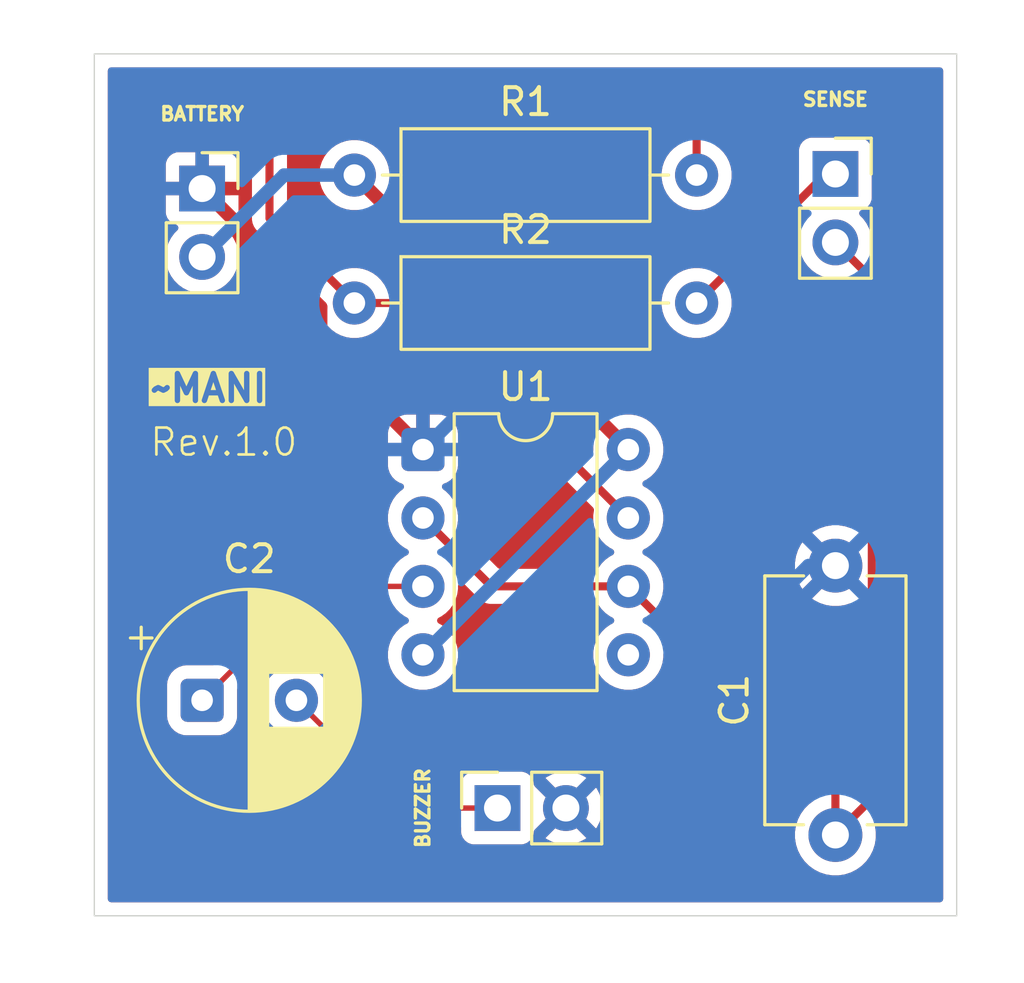
<source format=kicad_pcb>
(kicad_pcb (version 20241229) (generator "pcbnew") (generator_version "9.0")
  (layers (0 "F.Cu" signal) (2 "B.Cu" signal) (13 "F.Paste" user) (15 "B.Paste" user) (5 "F.SilkS" user "F.Silkscreen") (7 "B.SilkS" user "B.Silkscreen") (1 "F.Mask" user) (3 "B.Mask" user) (25 "Edge.Cuts" user))
  (net 0 "")
  (net 1 "GND")
  (net 2 "/TR")
  (net 3 "Net-(C2-Pad2)")
  (net 4 "/OUT")
  (net 5 "/DIS")
  (net 6 "VCC")
  (net 7 "Net-(R2-Pad2)")
  (footprint "Capacitor_THT:CP_Radial_D8.0mm_P3.50mm" (layer "F.Cu") (at 82.5 102.5)
    (property "Reference" "C2" (at 1.75 -5.25 0) (layer "F.SilkS"))
    (property "Value" "100uF")
    (fp_line (start -2.659698 -2.315) (end -1.859698 -2.315) (stroke (width 0.12)) (layer "F.SilkS"))
    (fp_line (start -2.259698 -2.715) (end -2.259698 -1.915) (stroke (width 0.12)) (layer "F.SilkS"))
    (fp_line (start 1.75 -4.08) (end 1.75 4.08) (stroke (width 0.12)) (layer "F.SilkS"))
    (fp_line (start 1.79 -4.08) (end 1.79 4.08) (stroke (width 0.12)) (layer "F.SilkS"))
    (fp_line (start 1.83 -4.079) (end 1.83 4.079) (stroke (width 0.12)) (layer "F.SilkS"))
    (fp_line (start 1.87 -4.078) (end 1.87 4.078) (stroke (width 0.12)) (layer "F.SilkS"))
    (fp_line (start 1.91 -4.077) (end 1.91 4.077) (stroke (width 0.12)) (layer "F.SilkS"))
    (fp_line (start 1.95 -4.075) (end 1.95 4.075) (stroke (width 0.12)) (layer "F.SilkS"))
    (fp_line (start 1.99 -4.073) (end 1.99 4.073) (stroke (width 0.12)) (layer "F.SilkS"))
    (fp_line (start 2.03 -4.07) (end 2.03 4.07) (stroke (width 0.12)) (layer "F.SilkS"))
    (fp_line (start 2.07 -4.068) (end 2.07 4.068) (stroke (width 0.12)) (layer "F.SilkS"))
    (fp_line (start 2.11 -4.064) (end 2.11 4.064) (stroke (width 0.12)) (layer "F.SilkS"))
    (fp_line (start 2.15 -4.061) (end 2.15 4.061) (stroke (width 0.12)) (layer "F.SilkS"))
    (fp_line (start 2.19 -4.056) (end 2.19 4.056) (stroke (width 0.12)) (layer "F.SilkS"))
    (fp_line (start 2.23 -4.052) (end 2.23 4.052) (stroke (width 0.12)) (layer "F.SilkS"))
    (fp_line (start 2.27 -4.047) (end 2.27 4.047) (stroke (width 0.12)) (layer "F.SilkS"))
    (fp_line (start 2.31 -4.042) (end 2.31 4.042) (stroke (width 0.12)) (layer "F.SilkS"))
    (fp_line (start 2.35 -4.036) (end 2.35 4.036) (stroke (width 0.12)) (layer "F.SilkS"))
    (fp_line (start 2.39 -4.03) (end 2.39 4.03) (stroke (width 0.12)) (layer "F.SilkS"))
    (fp_line (start 2.43 -4.023) (end 2.43 4.023) (stroke (width 0.12)) (layer "F.SilkS"))
    (fp_line (start 2.47 -4.017) (end 2.47 -1.04) (stroke (width 0.12)) (layer "F.SilkS"))
    (fp_line (start 2.47 1.04) (end 2.47 4.017) (stroke (width 0.12)) (layer "F.SilkS"))
    (fp_line (start 2.51 -4.009) (end 2.51 -1.04) (stroke (width 0.12)) (layer "F.SilkS"))
    (fp_line (start 2.51 1.04) (end 2.51 4.009) (stroke (width 0.12)) (layer "F.SilkS"))
    (fp_line (start 2.55 -4.002) (end 2.55 -1.04) (stroke (width 0.12)) (layer "F.SilkS"))
    (fp_line (start 2.55 1.04) (end 2.55 4.002) (stroke (width 0.12)) (layer "F.SilkS"))
    (fp_line (start 2.59 -3.993) (end 2.59 -1.04) (stroke (width 0.12)) (layer "F.SilkS"))
    (fp_line (start 2.59 1.04) (end 2.59 3.993) (stroke (width 0.12)) (layer "F.SilkS"))
    (fp_line (start 2.63 -3.985) (end 2.63 -1.04) (stroke (width 0.12)) (layer "F.SilkS"))
    (fp_line (start 2.63 1.04) (end 2.63 3.985) (stroke (width 0.12)) (layer "F.SilkS"))
    (fp_line (start 2.67 -3.976) (end 2.67 -1.04) (stroke (width 0.12)) (layer "F.SilkS"))
    (fp_line (start 2.67 1.04) (end 2.67 3.976) (stroke (width 0.12)) (layer "F.SilkS"))
    (fp_line (start 2.71 -3.967) (end 2.71 -1.04) (stroke (width 0.12)) (layer "F.SilkS"))
    (fp_line (start 2.71 1.04) (end 2.71 3.967) (stroke (width 0.12)) (layer "F.SilkS"))
    (fp_line (start 2.75 -3.957) (end 2.75 -1.04) (stroke (width 0.12)) (layer "F.SilkS"))
    (fp_line (start 2.75 1.04) (end 2.75 3.957) (stroke (width 0.12)) (layer "F.SilkS"))
    (fp_line (start 2.79 -3.947) (end 2.79 -1.04) (stroke (width 0.12)) (layer "F.SilkS"))
    (fp_line (start 2.79 1.04) (end 2.79 3.947) (stroke (width 0.12)) (layer "F.SilkS"))
    (fp_line (start 2.83 -3.936) (end 2.83 -1.04) (stroke (width 0.12)) (layer "F.SilkS"))
    (fp_line (start 2.83 1.04) (end 2.83 3.936) (stroke (width 0.12)) (layer "F.SilkS"))
    (fp_line (start 2.87 -3.925) (end 2.87 -1.04) (stroke (width 0.12)) (layer "F.SilkS"))
    (fp_line (start 2.87 1.04) (end 2.87 3.925) (stroke (width 0.12)) (layer "F.SilkS"))
    (fp_line (start 2.91 -3.913) (end 2.91 -1.04) (stroke (width 0.12)) (layer "F.SilkS"))
    (fp_line (start 2.91 1.04) (end 2.91 3.913) (stroke (width 0.12)) (layer "F.SilkS"))
    (fp_line (start 2.95 -3.901) (end 2.95 -1.04) (stroke (width 0.12)) (layer "F.SilkS"))
    (fp_line (start 2.95 1.04) (end 2.95 3.901) (stroke (width 0.12)) (layer "F.SilkS"))
    (fp_line (start 2.99 -3.889) (end 2.99 -1.04) (stroke (width 0.12)) (layer "F.SilkS"))
    (fp_line (start 2.99 1.04) (end 2.99 3.889) (stroke (width 0.12)) (layer "F.SilkS"))
    (fp_line (start 3.03 -3.876) (end 3.03 -1.04) (stroke (width 0.12)) (layer "F.SilkS"))
    (fp_line (start 3.03 1.04) (end 3.03 3.876) (stroke (width 0.12)) (layer "F.SilkS"))
    (fp_line (start 3.07 -3.863) (end 3.07 -1.04) (stroke (width 0.12)) (layer "F.SilkS"))
    (fp_line (start 3.07 1.04) (end 3.07 3.863) (stroke (width 0.12)) (layer "F.SilkS"))
    (fp_line (start 3.11 -3.849) (end 3.11 -1.04) (stroke (width 0.12)) (layer "F.SilkS"))
    (fp_line (start 3.11 1.04) (end 3.11 3.849) (stroke (width 0.12)) (layer "F.SilkS"))
    (fp_line (start 3.15 -3.835) (end 3.15 -1.04) (stroke (width 0.12)) (layer "F.SilkS"))
    (fp_line (start 3.15 1.04) (end 3.15 3.835) (stroke (width 0.12)) (layer "F.SilkS"))
    (fp_line (start 3.19 -3.82) (end 3.19 -1.04) (stroke (width 0.12)) (layer "F.SilkS"))
    (fp_line (start 3.19 1.04) (end 3.19 3.82) (stroke (width 0.12)) (layer "F.SilkS"))
    (fp_line (start 3.23 -3.805) (end 3.23 -1.04) (stroke (width 0.12)) (layer "F.SilkS"))
    (fp_line (start 3.23 1.04) (end 3.23 3.805) (stroke (width 0.12)) (layer "F.SilkS"))
    (fp_line (start 3.27 -3.789) (end 3.27 -1.04) (stroke (width 0.12)) (layer "F.SilkS"))
    (fp_line (start 3.27 1.04) (end 3.27 3.789) (stroke (width 0.12)) (layer "F.SilkS"))
    (fp_line (start 3.31 -3.773) (end 3.31 -1.04) (stroke (width 0.12)) (layer "F.SilkS"))
    (fp_line (start 3.31 1.04) (end 3.31 3.773) (stroke (width 0.12)) (layer "F.SilkS"))
    (fp_line (start 3.35 -3.757) (end 3.35 -1.04) (stroke (width 0.12)) (layer "F.SilkS"))
    (fp_line (start 3.35 1.04) (end 3.35 3.757) (stroke (width 0.12)) (layer "F.SilkS"))
    (fp_line (start 3.39 -3.74) (end 3.39 -1.04) (stroke (width 0.12)) (layer "F.SilkS"))
    (fp_line (start 3.39 1.04) (end 3.39 3.74) (stroke (width 0.12)) (layer "F.SilkS"))
    (fp_line (start 3.43 -3.722) (end 3.43 -1.04) (stroke (width 0.12)) (layer "F.SilkS"))
    (fp_line (start 3.43 1.04) (end 3.43 3.722) (stroke (width 0.12)) (layer "F.SilkS"))
    (fp_line (start 3.47 -3.704) (end 3.47 -1.04) (stroke (width 0.12)) (layer "F.SilkS"))
    (fp_line (start 3.47 1.04) (end 3.47 3.704) (stroke (width 0.12)) (layer "F.SilkS"))
    (fp_line (start 3.51 -3.685) (end 3.51 -1.04) (stroke (width 0.12)) (layer "F.SilkS"))
    (fp_line (start 3.51 1.04) (end 3.51 3.685) (stroke (width 0.12)) (layer "F.SilkS"))
    (fp_line (start 3.55 -3.666) (end 3.55 -1.04) (stroke (width 0.12)) (layer "F.SilkS"))
    (fp_line (start 3.55 1.04) (end 3.55 3.666) (stroke (width 0.12)) (layer "F.SilkS"))
    (fp_line (start 3.59 -3.646) (end 3.59 -1.04) (stroke (width 0.12)) (layer "F.SilkS"))
    (fp_line (start 3.59 1.04) (end 3.59 3.646) (stroke (width 0.12)) (layer "F.SilkS"))
    (fp_line (start 3.63 -3.626) (end 3.63 -1.04) (stroke (width 0.12)) (layer "F.SilkS"))
    (fp_line (start 3.63 1.04) (end 3.63 3.626) (stroke (width 0.12)) (layer "F.SilkS"))
    (fp_line (start 3.67 -3.605) (end 3.67 -1.04) (stroke (width 0.12)) (layer "F.SilkS"))
    (fp_line (start 3.67 1.04) (end 3.67 3.605) (stroke (width 0.12)) (layer "F.SilkS"))
    (fp_line (start 3.71 -3.584) (end 3.71 -1.04) (stroke (width 0.12)) (layer "F.SilkS"))
    (fp_line (start 3.71 1.04) (end 3.71 3.584) (stroke (width 0.12)) (layer "F.SilkS"))
    (fp_line (start 3.75 -3.562) (end 3.75 -1.04) (stroke (width 0.12)) (layer "F.SilkS"))
    (fp_line (start 3.75 1.04) (end 3.75 3.562) (stroke (width 0.12)) (layer "F.SilkS"))
    (fp_line (start 3.79 -3.539) (end 3.79 -1.04) (stroke (width 0.12)) (layer "F.SilkS"))
    (fp_line (start 3.79 1.04) (end 3.79 3.539) (stroke (width 0.12)) (layer "F.SilkS"))
    (fp_line (start 3.83 -3.516) (end 3.83 -1.04) (stroke (width 0.12)) (layer "F.SilkS"))
    (fp_line (start 3.83 1.04) (end 3.83 3.516) (stroke (width 0.12)) (layer "F.SilkS"))
    (fp_line (start 3.87 -3.493) (end 3.87 -1.04) (stroke (width 0.12)) (layer "F.SilkS"))
    (fp_line (start 3.87 1.04) (end 3.87 3.493) (stroke (width 0.12)) (layer "F.SilkS"))
    (fp_line (start 3.91 -3.468) (end 3.91 -1.04) (stroke (width 0.12)) (layer "F.SilkS"))
    (fp_line (start 3.91 1.04) (end 3.91 3.468) (stroke (width 0.12)) (layer "F.SilkS"))
    (fp_line (start 3.95 -3.443) (end 3.95 -1.04) (stroke (width 0.12)) (layer "F.SilkS"))
    (fp_line (start 3.95 1.04) (end 3.95 3.443) (stroke (width 0.12)) (layer "F.SilkS"))
    (fp_line (start 3.99 -3.418) (end 3.99 -1.04) (stroke (width 0.12)) (layer "F.SilkS"))
    (fp_line (start 3.99 1.04) (end 3.99 3.418) (stroke (width 0.12)) (layer "F.SilkS"))
    (fp_line (start 4.03 -3.392) (end 4.03 -1.04) (stroke (width 0.12)) (layer "F.SilkS"))
    (fp_line (start 4.03 1.04) (end 4.03 3.392) (stroke (width 0.12)) (layer "F.SilkS"))
    (fp_line (start 4.07 -3.365) (end 4.07 -1.04) (stroke (width 0.12)) (layer "F.SilkS"))
    (fp_line (start 4.07 1.04) (end 4.07 3.365) (stroke (width 0.12)) (layer "F.SilkS"))
    (fp_line (start 4.11 -3.337) (end 4.11 -1.04) (stroke (width 0.12)) (layer "F.SilkS"))
    (fp_line (start 4.11 1.04) (end 4.11 3.337) (stroke (width 0.12)) (layer "F.SilkS"))
    (fp_line (start 4.15 -3.309) (end 4.15 -1.04) (stroke (width 0.12)) (layer "F.SilkS"))
    (fp_line (start 4.15 1.04) (end 4.15 3.309) (stroke (width 0.12)) (layer "F.SilkS"))
    (fp_line (start 4.19 -3.28) (end 4.19 -1.04) (stroke (width 0.12)) (layer "F.SilkS"))
    (fp_line (start 4.19 1.04) (end 4.19 3.28) (stroke (width 0.12)) (layer "F.SilkS"))
    (fp_line (start 4.23 -3.25) (end 4.23 -1.04) (stroke (width 0.12)) (layer "F.SilkS"))
    (fp_line (start 4.23 1.04) (end 4.23 3.25) (stroke (width 0.12)) (layer "F.SilkS"))
    (fp_line (start 4.27 -3.219) (end 4.27 -1.04) (stroke (width 0.12)) (layer "F.SilkS"))
    (fp_line (start 4.27 1.04) (end 4.27 3.219) (stroke (width 0.12)) (layer "F.SilkS"))
    (fp_line (start 4.31 -3.188) (end 4.31 -1.04) (stroke (width 0.12)) (layer "F.SilkS"))
    (fp_line (start 4.31 1.04) (end 4.31 3.188) (stroke (width 0.12)) (layer "F.SilkS"))
    (fp_line (start 4.35 -3.156) (end 4.35 -1.04) (stroke (width 0.12)) (layer "F.SilkS"))
    (fp_line (start 4.35 1.04) (end 4.35 3.156) (stroke (width 0.12)) (layer "F.SilkS"))
    (fp_line (start 4.39 -3.123) (end 4.39 -1.04) (stroke (width 0.12)) (layer "F.SilkS"))
    (fp_line (start 4.39 1.04) (end 4.39 3.123) (stroke (width 0.12)) (layer "F.SilkS"))
    (fp_line (start 4.43 -3.089) (end 4.43 -1.04) (stroke (width 0.12)) (layer "F.SilkS"))
    (fp_line (start 4.43 1.04) (end 4.43 3.089) (stroke (width 0.12)) (layer "F.SilkS"))
    (fp_line (start 4.47 -3.055) (end 4.47 -1.04) (stroke (width 0.12)) (layer "F.SilkS"))
    (fp_line (start 4.47 1.04) (end 4.47 3.055) (stroke (width 0.12)) (layer "F.SilkS"))
    (fp_line (start 4.51 -3.019) (end 4.51 -1.04) (stroke (width 0.12)) (layer "F.SilkS"))
    (fp_line (start 4.51 1.04) (end 4.51 3.019) (stroke (width 0.12)) (layer "F.SilkS"))
    (fp_line (start 4.55 -2.982) (end 4.55 2.982) (stroke (width 0.12)) (layer "F.SilkS"))
    (fp_line (start 4.59 -2.945) (end 4.59 2.945) (stroke (width 0.12)) (layer "F.SilkS"))
    (fp_line (start 4.63 -2.906) (end 4.63 2.906) (stroke (width 0.12)) (layer "F.SilkS"))
    (fp_line (start 4.67 -2.867) (end 4.67 2.867) (stroke (width 0.12)) (layer "F.SilkS"))
    (fp_line (start 4.71 -2.826) (end 4.71 2.826) (stroke (width 0.12)) (layer "F.SilkS"))
    (fp_line (start 4.75 -2.784) (end 4.75 2.784) (stroke (width 0.12)) (layer "F.SilkS"))
    (fp_line (start 4.79 -2.741) (end 4.79 2.741) (stroke (width 0.12)) (layer "F.SilkS"))
    (fp_line (start 4.83 -2.696) (end 4.83 2.696) (stroke (width 0.12)) (layer "F.SilkS"))
    (fp_line (start 4.87 -2.651) (end 4.87 2.651) (stroke (width 0.12)) (layer "F.SilkS"))
    (fp_line (start 4.91 -2.604) (end 4.91 2.604) (stroke (width 0.12)) (layer "F.SilkS"))
    (fp_line (start 4.95 -2.555) (end 4.95 2.555) (stroke (width 0.12)) (layer "F.SilkS"))
    (fp_line (start 4.99 -2.505) (end 4.99 2.505) (stroke (width 0.12)) (layer "F.SilkS"))
    (fp_line (start 5.03 -2.453) (end 5.03 2.453) (stroke (width 0.12)) (layer "F.SilkS"))
    (fp_line (start 5.07 -2.4) (end 5.07 2.4) (stroke (width 0.12)) (layer "F.SilkS"))
    (fp_line (start 5.11 -2.344) (end 5.11 2.344) (stroke (width 0.12)) (layer "F.SilkS"))
    (fp_line (start 5.15 -2.287) (end 5.15 2.287) (stroke (width 0.12)) (layer "F.SilkS"))
    (fp_line (start 5.19 -2.227) (end 5.19 2.227) (stroke (width 0.12)) (layer "F.SilkS"))
    (fp_line (start 5.23 -2.165) (end 5.23 2.165) (stroke (width 0.12)) (layer "F.SilkS"))
    (fp_line (start 5.27 -2.101) (end 5.27 2.101) (stroke (width 0.12)) (layer "F.SilkS"))
    (fp_line (start 5.31 -2.034) (end 5.31 2.034) (stroke (width 0.12)) (layer "F.SilkS"))
    (fp_line (start 5.35 -1.964) (end 5.35 1.964) (stroke (width 0.12)) (layer "F.SilkS"))
    (fp_line (start 5.39 -1.89) (end 5.39 1.89) (stroke (width 0.12)) (layer "F.SilkS"))
    (fp_line (start 5.43 -1.813) (end 5.43 1.813) (stroke (width 0.12)) (layer "F.SilkS"))
    (fp_line (start 5.47 -1.731) (end 5.47 1.731) (stroke (width 0.12)) (layer "F.SilkS"))
    (fp_line (start 5.51 -1.644) (end 5.51 1.644) (stroke (width 0.12)) (layer "F.SilkS"))
    (fp_line (start 5.55 -1.552) (end 5.55 1.552) (stroke (width 0.12)) (layer "F.SilkS"))
    (fp_line (start 5.59 -1.453) (end 5.59 1.453) (stroke (width 0.12)) (layer "F.SilkS"))
    (fp_line (start 5.63 -1.346) (end 5.63 1.346) (stroke (width 0.12)) (layer "F.SilkS"))
    (fp_line (start 5.67 -1.228) (end 5.67 1.228) (stroke (width 0.12)) (layer "F.SilkS"))
    (fp_line (start 5.71 -1.097) (end 5.71 1.097) (stroke (width 0.12)) (layer "F.SilkS"))
    (fp_line (start 5.75 -0.947) (end 5.75 0.947) (stroke (width 0.12)) (layer "F.SilkS"))
    (fp_line (start 5.79 -0.768) (end 5.79 0.768) (stroke (width 0.12)) (layer "F.SilkS"))
    (fp_line (start 5.83 -0.533) (end 5.83 0.533) (stroke (width 0.12)) (layer "F.SilkS"))
    (fp_circle (center 1.75 0) (end 5.87 0) (stroke (width 0.12)) (fill no) (layer "F.SilkS"))
    (pad "1" thru_hole roundrect (at 0 0) (size 1.6 1.6) (drill 0.8) (layers "*.Cu" "*.Mask") (roundrect_rratio 0.15625) (net 4 "/OUT"))
    (pad "2" thru_hole circle (at 3.5 0) (size 1.6 1.6) (drill 0.8) (layers "*.Cu" "*.Mask") (net 3 "Net-(C2-Pad2)"))
  )
  (footprint "Connector_PinSocket_2.54mm:PinSocket_1x02_P2.54mm_Vertical" (layer "F.Cu") (at 106 82.96)
    (property "Reference" "SENSE" (at 0 -2.77 0) (layer "F.SilkS") (effects (font (size 0.5 0.5) (thickness 0.125))))
    (property "Value" "hoomans")
    (fp_line (start -1.33 1.27) (end -1.33 3.87) (stroke (width 0.12)) (layer "F.SilkS"))
    (fp_line (start -1.33 1.27) (end 1.33 1.27) (stroke (width 0.12)) (layer "F.SilkS"))
    (fp_line (start -1.33 3.87) (end 1.33 3.87) (stroke (width 0.12)) (layer "F.SilkS"))
    (fp_line (start 0 -1.33) (end 1.33 -1.33) (stroke (width 0.12)) (layer "F.SilkS"))
    (fp_line (start 1.33 -1.33) (end 1.33 0) (stroke (width 0.12)) (layer "F.SilkS"))
    (fp_line (start 1.33 1.27) (end 1.33 3.87) (stroke (width 0.12)) (layer "F.SilkS"))
    (pad "1" thru_hole rect (at 0 0) (size 1.7 1.7) (drill 1) (layers "*.Cu" "*.Mask") (net 7 "Net-(R2-Pad2)"))
    (pad "2" thru_hole circle (at 0 2.54) (size 1.7 1.7) (drill 1) (layers "*.Cu" "*.Mask") (net 2 "/TR"))
  )
  (footprint "Connector_PinSocket_2.54mm:PinSocket_1x02_P2.54mm_Vertical" (layer "F.Cu") (at 93.46 106.5 90)
    (property "Reference" "BUZZER" (at 0 -2.77 90) (layer "F.SilkS") (effects (font (size 0.5 0.5) (thickness 0.125))))
    (property "Value" "Buzzer")
    (fp_line (start 1.33 -1.33) (end 1.33 0) (stroke (width 0.12)) (layer "F.SilkS"))
    (fp_line (start 0 -1.33) (end 1.33 -1.33) (stroke (width 0.12)) (layer "F.SilkS"))
    (fp_line (start 1.33 1.27) (end 1.33 3.87) (stroke (width 0.12)) (layer "F.SilkS"))
    (fp_line (start -1.33 1.27) (end 1.33 1.27) (stroke (width 0.12)) (layer "F.SilkS"))
    (fp_line (start -1.33 1.27) (end -1.33 3.87) (stroke (width 0.12)) (layer "F.SilkS"))
    (fp_line (start -1.33 3.87) (end 1.33 3.87) (stroke (width 0.12)) (layer "F.SilkS"))
    (pad "1" thru_hole rect (at 0 0 90) (size 1.7 1.7) (drill 1) (layers "*.Cu" "*.Mask") (net 3 "Net-(C2-Pad2)"))
    (pad "2" thru_hole circle (at 0 2.54 90) (size 1.7 1.7) (drill 1) (layers "*.Cu" "*.Mask") (net 1 "GND"))
  )
  (footprint "Resistor_THT:R_Axial_DIN0309_L9.0mm_D3.2mm_P12.70mm_Horizontal" (layer "F.Cu") (at 88.15 87.75)
    (property "Reference" "R2" (at 6.35 -2.72 0) (layer "F.SilkS"))
    (property "Value" "10K")
    (fp_line (start 1.04 0) (end 1.73 0) (stroke (width 0.12)) (layer "F.SilkS"))
    (fp_line (start 11.66 0) (end 10.97 0) (stroke (width 0.12)) (layer "F.SilkS"))
    (fp_rect (start 1.73 -1.72) (end 10.97 1.72) (stroke (width 0.12)) (fill no) (layer "F.SilkS"))
    (pad "1" thru_hole circle (at 0 0) (size 1.6 1.6) (drill 0.8) (layers "*.Cu" "*.Mask") (net 5 "/DIS"))
    (pad "2" thru_hole circle (at 12.7 0) (size 1.6 1.6) (drill 0.8) (layers "*.Cu" "*.Mask") (net 7 "Net-(R2-Pad2)"))
  )
  (footprint "Capacitor_THT:C_Disc_D9.0mm_W5.0mm_P10.00mm" (layer "F.Cu") (at 106 107.5 90)
    (property "Reference" "C1" (at 5 -3.75 90) (layer "F.SilkS"))
    (property "Value" "1nF")
    (fp_line (start 9.62 -2.62) (end 9.62 -1.18) (stroke (width 0.12)) (layer "F.SilkS"))
    (fp_line (start 0.38 -2.62) (end 9.62 -2.62) (stroke (width 0.12)) (layer "F.SilkS"))
    (fp_line (start 0.38 -1.18) (end 0.38 -2.62) (stroke (width 0.12)) (layer "F.SilkS"))
    (fp_line (start 9.62 1.18) (end 9.62 2.62) (stroke (width 0.12)) (layer "F.SilkS"))
    (fp_line (start 9.62 2.62) (end 0.38 2.62) (stroke (width 0.12)) (layer "F.SilkS"))
    (fp_line (start 0.38 2.62) (end 0.38 1.18) (stroke (width 0.12)) (layer "F.SilkS"))
    (pad "1" thru_hole circle (at 0 0 90) (size 2 2) (drill 1) (layers "*.Cu" "*.Mask") (net 2 "/TR"))
    (pad "2" thru_hole circle (at 10 0 90) (size 2 2) (drill 1) (layers "*.Cu" "*.Mask") (net 1 "GND"))
  )
  (footprint "Connector_PinSocket_2.54mm:PinSocket_1x02_P2.54mm_Vertical" (layer "F.Cu") (at 82.5 83.5)
    (property "Reference" "BATTERY" (at 0 -2.77 0) (layer "F.SilkS") (effects (font (size 0.5 0.5) (thickness 0.125))))
    (property "Value" "Battery")
    (fp_line (start -1.33 1.27) (end -1.33 3.87) (stroke (width 0.12)) (layer "F.SilkS"))
    (fp_line (start -1.33 1.27) (end 1.33 1.27) (stroke (width 0.12)) (layer "F.SilkS"))
    (fp_line (start -1.33 3.87) (end 1.33 3.87) (stroke (width 0.12)) (layer "F.SilkS"))
    (fp_line (start 0 -1.33) (end 1.33 -1.33) (stroke (width 0.12)) (layer "F.SilkS"))
    (fp_line (start 1.33 -1.33) (end 1.33 0) (stroke (width 0.12)) (layer "F.SilkS"))
    (fp_line (start 1.33 1.27) (end 1.33 3.87) (stroke (width 0.12)) (layer "F.SilkS"))
    (pad "1" thru_hole rect (at 0 0) (size 1.7 1.7) (drill 1) (layers "*.Cu" "*.Mask") (net 1 "GND"))
    (pad "2" thru_hole circle (at 0 2.54) (size 1.7 1.7) (drill 1) (layers "*.Cu" "*.Mask") (net 6 "VCC"))
  )
  (footprint "Package_DIP:DIP-8_W7.62mm" (layer "F.Cu") (at 90.695 93.19)
    (property "Reference" "U1" (at 3.81 -2.33 0) (layer "F.SilkS"))
    (property "Value" "NE555P")
    (fp_line (start 1.16 -1.33) (end 1.16 8.95) (stroke (width 0.12)) (layer "F.SilkS"))
    (fp_line (start 1.16 8.95) (end 6.46 8.95) (stroke (width 0.12)) (layer "F.SilkS"))
    (fp_line (start 2.81 -1.33) (end 1.16 -1.33) (stroke (width 0.12)) (layer "F.SilkS"))
    (fp_line (start 6.46 -1.33) (end 4.81 -1.33) (stroke (width 0.12)) (layer "F.SilkS"))
    (fp_line (start 6.46 8.95) (end 6.46 -1.33) (stroke (width 0.12)) (layer "F.SilkS"))
    (fp_arc (start 4.81 -1.33) (mid 3.81 -0.33) (end 2.81 -1.33) (stroke (width 0.12)) (layer "F.SilkS"))
    (pad "1" thru_hole roundrect (at 0 0) (size 1.6 1.6) (drill 0.8) (layers "*.Cu" "*.Mask") (roundrect_rratio 0.15625) (net 1 "GND"))
    (pad "2" thru_hole circle (at 0 2.54) (size 1.6 1.6) (drill 0.8) (layers "*.Cu" "*.Mask") (net 2 "/TR"))
    (pad "3" thru_hole circle (at 0 5.08) (size 1.6 1.6) (drill 0.8) (layers "*.Cu" "*.Mask") (net 4 "/OUT"))
    (pad "4" thru_hole circle (at 0 7.62) (size 1.6 1.6) (drill 0.8) (layers "*.Cu" "*.Mask") (net 6 "VCC"))
    (pad "5" thru_hole circle (at 7.62 7.62) (size 1.6 1.6) (drill 0.8) (layers "*.Cu" "*.Mask"))
    (pad "6" thru_hole circle (at 7.62 5.08) (size 1.6 1.6) (drill 0.8) (layers "*.Cu" "*.Mask") (net 2 "/TR"))
    (pad "7" thru_hole circle (at 7.62 2.54) (size 1.6 1.6) (drill 0.8) (layers "*.Cu" "*.Mask") (net 5 "/DIS"))
    (pad "8" thru_hole circle (at 7.62 0) (size 1.6 1.6) (drill 0.8) (layers "*.Cu" "*.Mask") (net 6 "VCC"))
  )
  (footprint "Resistor_THT:R_Axial_DIN0309_L9.0mm_D3.2mm_P12.70mm_Horizontal" (layer "F.Cu") (at 88.15 83)
    (property "Reference" "R1" (at 6.35 -2.72 0) (layer "F.SilkS"))
    (property "Value" "1K")
    (fp_line (start 1.04 0) (end 1.73 0) (stroke (width 0.12)) (layer "F.SilkS"))
    (fp_line (start 11.66 0) (end 10.97 0) (stroke (width 0.12)) (layer "F.SilkS"))
    (fp_rect (start 1.73 -1.72) (end 10.97 1.72) (stroke (width 0.12)) (fill no) (layer "F.SilkS"))
    (pad "1" thru_hole circle (at 0 0) (size 1.6 1.6) (drill 0.8) (layers "*.Cu" "*.Mask") (net 6 "VCC"))
    (pad "2" thru_hole circle (at 12.7 0) (size 1.6 1.6) (drill 0.8) (layers "*.Cu" "*.Mask") (net 5 "/DIS"))
  )
  (gr_rect (start 78.5 78.5) (end 110.5 110.5) (stroke (width 0.05)) (fill no) (layer "Edge.Cuts"))
  (gr_text "Rev.1.0" (at 80.5 93.5 0) (layer "F.SilkS") (effects (font (size 1 1) (thickness 0.1)) (justify left bottom)))
  (gr_text "~MANI" (at 80.5 91.5 0) (layer "F.SilkS" knockout) (effects (font (size 1 1) (thickness 0.2) (bold yes)) (justify left bottom)))
  (segment (start 90.695 93.19) (end 86.899 89.394) (width 0.5) (layer "F.Cu") (net 1))
  (segment (start 82.5 83.5) (end 83.5 83.5) (width 0.5) (layer "F.Cu") (net 1))
  (segment (start 86.899 87.899) (end 82.5 83.5) (width 0.5) (layer "F.Cu") (net 1))
  (segment (start 86.899 89.394) (end 86.899 87.899) (width 0.5) (layer "F.Cu") (net 1))
  (segment (start 90.695 93.19) (end 92.885 91) (width 0.5) (layer "B.Cu") (net 1))
  (segment (start 92.885 91) (end 100 91) (width 0.5) (layer "B.Cu") (net 1))
  (segment (start 105 97.5) (end 106 97.5) (width 0.5) (layer "B.Cu") (net 1))
  (segment (start 96 106.5) (end 105 97.5) (width 0.5) (layer "B.Cu") (net 1))
  (segment (start 100 91.5) (end 106 97.5) (width 0.5) (layer "B.Cu") (net 1))
  (segment (start 100 91) (end 100 91.5) (width 0.5) (layer "B.Cu") (net 1))
  (segment (start 107.351 106.149) (end 106 107.5) (width 0.3) (layer "F.Cu") (net 2))
  (segment (start 107.351 86.851) (end 107.351 106.149) (width 0.3) (layer "F.Cu") (net 2))
  (segment (start 93.235 98.27) (end 98.315 98.27) (width 0.3) (layer "F.Cu") (net 2))
  (segment (start 90.695 95.73) (end 93.235 98.27) (width 0.3) (layer "F.Cu") (net 2))
  (segment (start 106 105.955) (end 106 107.5) (width 0.3) (layer "F.Cu") (net 2))
  (segment (start 98.315 98.27) (end 106 105.955) (width 0.3) (layer "F.Cu") (net 2))
  (segment (start 106 85.5) (end 107.351 86.851) (width 0.3) (layer "F.Cu") (net 2))
  (segment (start 90 106.5) (end 86 102.5) (width 0.2) (layer "F.Cu") (net 3))
  (segment (start 93.46 106.5) (end 90 106.5) (width 0.2) (layer "F.Cu") (net 3))
  (segment (start 90.695 98.27) (end 86.73 98.27) (width 0.2) (layer "F.Cu") (net 4))
  (segment (start 86.73 98.27) (end 82.5 102.5) (width 0.2) (layer "F.Cu") (net 4))
  (segment (start 88.15 87.75) (end 85 84.6) (width 0.3) (layer "F.Cu") (net 5))
  (segment (start 85 80) (end 101 80) (width 0.3) (layer "F.Cu") (net 5))
  (segment (start 101 80.5) (end 100.85 80.65) (width 0.3) (layer "F.Cu") (net 5))
  (segment (start 101 80) (end 101 80.5) (width 0.3) (layer "F.Cu") (net 5))
  (segment (start 90.335 87.75) (end 98.315 95.73) (width 0.3) (layer "F.Cu") (net 5))
  (segment (start 85 84.6) (end 85 80) (width 0.3) (layer "F.Cu") (net 5))
  (segment (start 88.15 87.75) (end 90.335 87.75) (width 0.3) (layer "F.Cu") (net 5))
  (segment (start 100.85 80.65) (end 100.85 83) (width 0.3) (layer "F.Cu") (net 5))
  (segment (start 98.315 93.165) (end 98.315 93.19) (width 0.5) (layer "F.Cu") (net 6))
  (segment (start 88.15 83) (end 98.315 93.165) (width 0.5) (layer "F.Cu") (net 6))
  (segment (start 82.5 86.04) (end 85.54 83) (width 0.5) (layer "B.Cu") (net 6))
  (segment (start 98.315 93.19) (end 90.695 100.81) (width 0.5) (layer "B.Cu") (net 6))
  (segment (start 85.54 83) (end 88.15 83) (width 0.5) (layer "B.Cu") (net 6))
  (segment (start 106 82.96) (end 105.64 82.96) (width 0.3) (layer "F.Cu") (net 7))
  (segment (start 105.64 82.96) (end 100.85 87.75) (width 0.3) (layer "F.Cu") (net 7))
  (zone (net 1) (net_name "GND") (layers "F.Cu" "B.Cu") (connect_pads (clearance 0.5)) (min_thickness 0.25) (fill yes (thermal_gap 0.5) (thermal_bridge_width 0.5))
    (polygon (pts (xy 76 77) (xy 112.5 77) (xy 113 77.5) (xy 113 112) (xy 112 113) (xy 75 113) (xy 75 78.5) (xy 76.5 77) (xy 76.5 76.5)))
  )
)
</source>
